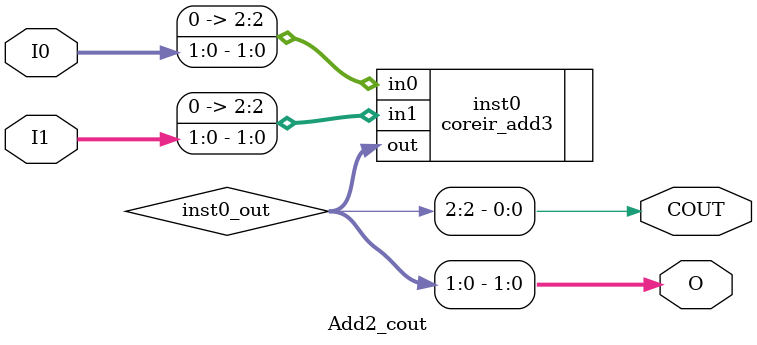
<source format=v>
module Add2_cout (input [1:0] I0, input [1:0] I1, output [1:0] O, output  COUT);
wire [2:0] inst0_out;
coreir_add3 inst0 (.in0({1'b0,I0[1],I0[0]}), .in1({1'b0,I1[1],I1[0]}), .out(inst0_out));
assign O = {inst0_out[1],inst0_out[0]};
assign COUT = inst0_out[2];
endmodule


</source>
